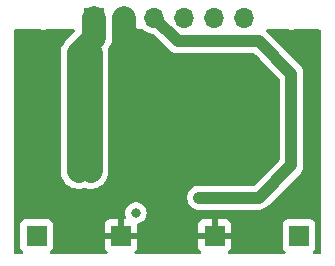
<source format=gbr>
%TF.GenerationSoftware,KiCad,Pcbnew,8.0.2-8.0.2-0~ubuntu22.04.1*%
%TF.CreationDate,2024-05-15T17:42:07+09:00*%
%TF.ProjectId,sensor_emitter_board,73656e73-6f72-45f6-956d-69747465725f,rev?*%
%TF.SameCoordinates,Original*%
%TF.FileFunction,Copper,L2,Bot*%
%TF.FilePolarity,Positive*%
%FSLAX46Y46*%
G04 Gerber Fmt 4.6, Leading zero omitted, Abs format (unit mm)*
G04 Created by KiCad (PCBNEW 8.0.2-8.0.2-0~ubuntu22.04.1) date 2024-05-15 17:42:07*
%MOMM*%
%LPD*%
G01*
G04 APERTURE LIST*
%TA.AperFunction,ComponentPad*%
%ADD10R,1.700000X1.700000*%
%TD*%
%TA.AperFunction,ComponentPad*%
%ADD11O,1.700000X1.700000*%
%TD*%
%TA.AperFunction,SMDPad,CuDef*%
%ADD12R,1.750000X1.800000*%
%TD*%
%TA.AperFunction,ViaPad*%
%ADD13C,0.800000*%
%TD*%
%TA.AperFunction,Conductor*%
%ADD14C,2.000000*%
%TD*%
%TA.AperFunction,Conductor*%
%ADD15C,0.500000*%
%TD*%
%TA.AperFunction,Conductor*%
%ADD16C,1.000000*%
%TD*%
G04 APERTURE END LIST*
D10*
%TO.P,J2,1,Pin_1*%
%TO.N,/LED_POWER_2*%
X98300000Y-87500000D03*
D11*
%TO.P,J2,2,Pin_2*%
%TO.N,GND2*%
X100840000Y-87500000D03*
%TO.P,J2,3,Pin_3*%
%TO.N,/VCC_2*%
X103380000Y-87500000D03*
%TO.P,J2,4,Pin_4*%
%TO.N,/LED_CONTROL_2*%
X105920000Y-87500000D03*
%TO.P,J2,5,Pin_5*%
%TO.N,/LEFT_SIGNAL_2*%
X108460000Y-87500000D03*
%TO.P,J2,6,Pin_6*%
%TO.N,/RIGHT_SIGNAL_2*%
X111000000Y-87500000D03*
%TD*%
D12*
%TO.P,D9,A*%
%TO.N,Net-(U4-VINB-)*%
X115650000Y-105970000D03*
%TO.P,D9,K*%
%TO.N,GND2*%
X108500000Y-105970000D03*
%TD*%
%TO.P,D10,A*%
%TO.N,Net-(U4-VINA-)*%
X93425000Y-105970000D03*
%TO.P,D10,K*%
%TO.N,GND2*%
X100575000Y-105970000D03*
%TD*%
D13*
%TO.N,Net-(U4-VINB-)*%
X115500000Y-106000000D03*
%TO.N,Net-(U4-VINA-)*%
X101830000Y-104040000D03*
X93500000Y-106000000D03*
%TO.N,/LED_POWER_2*%
X98000000Y-99500000D03*
X97000000Y-99500000D03*
X98000000Y-90500000D03*
X97000000Y-100500000D03*
X97000000Y-90500000D03*
X97000000Y-91500000D03*
X98000000Y-100500000D03*
X98000000Y-91500000D03*
%TO.N,GND2*%
X108707519Y-106405660D03*
X111500000Y-91000000D03*
X110500000Y-92000000D03*
X100242710Y-106379931D03*
X111500000Y-92000000D03*
X110500000Y-91000000D03*
%TO.N,/VCC_2*%
X107170000Y-102770000D03*
%TD*%
D14*
%TO.N,/LED_POWER_2*%
X98300000Y-87500000D02*
X98300000Y-89200000D01*
X98300000Y-89200000D02*
X97000000Y-90500000D01*
D15*
%TO.N,Net-(U4-VINB-)*%
X115530000Y-105970000D02*
X115500000Y-106000000D01*
X115650000Y-105970000D02*
X115530000Y-105970000D01*
%TO.N,Net-(U4-VINA-)*%
X93395000Y-106000000D02*
X93425000Y-105970000D01*
X93455000Y-105940000D02*
X93500000Y-105895000D01*
X93500000Y-106000000D02*
X93395000Y-106000000D01*
X93500000Y-105895000D02*
X93500000Y-106000000D01*
X101830000Y-104040000D02*
X101635000Y-104040000D01*
D14*
%TO.N,/LED_POWER_2*%
X98000000Y-90500000D02*
X98000000Y-100500000D01*
X97000000Y-90500000D02*
X97000000Y-100500000D01*
%TO.N,GND2*%
X100840000Y-88702081D02*
X103637919Y-91500000D01*
X103637919Y-91500000D02*
X111500000Y-91500000D01*
D15*
X100500000Y-106122641D02*
X100500000Y-106000000D01*
D14*
X100840000Y-87500000D02*
X100840000Y-88702081D01*
D15*
X100242710Y-106379931D02*
X100500000Y-106122641D01*
D16*
%TO.N,/VCC_2*%
X105380000Y-89500000D02*
X103380000Y-87500000D01*
X112250000Y-89500000D02*
X105380000Y-89500000D01*
X115000000Y-92250000D02*
X112250000Y-89500000D01*
X107170000Y-102770000D02*
X112230000Y-102770000D01*
X115000000Y-100000000D02*
X115000000Y-92250000D01*
X112230000Y-102770000D02*
X115000000Y-100000000D01*
%TD*%
%TA.AperFunction,Conductor*%
%TO.N,GND2*%
G36*
X93687552Y-88508651D02*
G01*
X93687650Y-88508331D01*
X93690904Y-88509317D01*
X93692280Y-88509591D01*
X93693580Y-88510130D01*
X93896535Y-88550500D01*
X93896536Y-88550500D01*
X94103464Y-88550500D01*
X94103465Y-88550500D01*
X94306420Y-88510130D01*
X94307719Y-88509591D01*
X94309095Y-88509317D01*
X94312350Y-88508331D01*
X94312447Y-88508651D01*
X94355939Y-88500000D01*
X96562468Y-88500000D01*
X96630589Y-88520002D01*
X96677082Y-88573658D01*
X96687186Y-88643932D01*
X96657692Y-88708512D01*
X96651563Y-88715095D01*
X96289867Y-89076791D01*
X96017281Y-89349377D01*
X96017278Y-89349380D01*
X95933328Y-89433330D01*
X95849378Y-89517279D01*
X95795456Y-89591499D01*
X95795455Y-89591500D01*
X95709817Y-89709369D01*
X95602019Y-89920935D01*
X95602016Y-89920941D01*
X95528645Y-90146754D01*
X95528644Y-90146757D01*
X95528644Y-90146759D01*
X95507010Y-90283353D01*
X95491499Y-90381281D01*
X95491499Y-90623914D01*
X95491500Y-90623939D01*
X95491500Y-100618722D01*
X95528644Y-100853241D01*
X95528645Y-100853246D01*
X95602016Y-101079058D01*
X95602018Y-101079063D01*
X95709815Y-101290627D01*
X95849380Y-101482722D01*
X95849382Y-101482724D01*
X95849384Y-101482727D01*
X96017272Y-101650615D01*
X96017275Y-101650617D01*
X96017278Y-101650620D01*
X96209373Y-101790185D01*
X96420937Y-101897982D01*
X96646759Y-101971356D01*
X96881278Y-102008500D01*
X96881281Y-102008500D01*
X97118719Y-102008500D01*
X97118722Y-102008500D01*
X97353241Y-101971356D01*
X97461064Y-101936321D01*
X97532031Y-101934294D01*
X97538923Y-101936317D01*
X97646759Y-101971356D01*
X97881278Y-102008500D01*
X97881281Y-102008500D01*
X98118719Y-102008500D01*
X98118722Y-102008500D01*
X98353241Y-101971356D01*
X98579063Y-101897982D01*
X98790627Y-101790185D01*
X98982722Y-101650620D01*
X99150620Y-101482722D01*
X99290185Y-101290627D01*
X99397982Y-101079063D01*
X99471356Y-100853241D01*
X99508500Y-100618722D01*
X99508500Y-90381278D01*
X99480485Y-90204398D01*
X99489585Y-90133989D01*
X99502992Y-90110636D01*
X99590185Y-89990627D01*
X99697982Y-89779063D01*
X99746024Y-89631206D01*
X99771357Y-89553241D01*
X99808501Y-89318722D01*
X99808501Y-89081278D01*
X99808501Y-89076821D01*
X99808500Y-89076791D01*
X99808500Y-88675747D01*
X99828502Y-88607626D01*
X99882158Y-88561133D01*
X99952432Y-88551029D01*
X100011891Y-88576316D01*
X100094690Y-88640762D01*
X100094699Y-88640768D01*
X100292628Y-88747882D01*
X100292630Y-88747883D01*
X100505483Y-88820955D01*
X100505492Y-88820957D01*
X100586000Y-88834391D01*
X100586000Y-88500000D01*
X101094000Y-88500000D01*
X101094000Y-88834390D01*
X101174507Y-88820957D01*
X101174516Y-88820955D01*
X101387369Y-88747883D01*
X101387371Y-88747882D01*
X101585300Y-88640768D01*
X101585301Y-88640767D01*
X101732025Y-88526568D01*
X101798068Y-88500512D01*
X101809416Y-88500000D01*
X102409770Y-88500000D01*
X102477891Y-88520002D01*
X102487161Y-88526569D01*
X102614909Y-88626000D01*
X102634424Y-88641189D01*
X102832426Y-88748342D01*
X102832427Y-88748342D01*
X102832428Y-88748343D01*
X102944227Y-88786723D01*
X103045365Y-88821444D01*
X103267431Y-88858500D01*
X103267442Y-88858500D01*
X103270288Y-88858736D01*
X103271383Y-88859158D01*
X103272571Y-88859357D01*
X103272530Y-88859601D01*
X103336524Y-88884296D01*
X103348977Y-88895211D01*
X104596647Y-90142881D01*
X104737119Y-90283353D01*
X104902296Y-90393721D01*
X105085831Y-90469744D01*
X105280671Y-90508500D01*
X111780076Y-90508500D01*
X111848197Y-90528502D01*
X111869171Y-90545405D01*
X113954595Y-92630829D01*
X113988621Y-92693141D01*
X113991500Y-92719924D01*
X113991500Y-99530075D01*
X113971498Y-99598196D01*
X113954595Y-99619170D01*
X111849171Y-101724595D01*
X111786859Y-101758620D01*
X111760076Y-101761500D01*
X107070668Y-101761500D01*
X106875830Y-101800256D01*
X106875825Y-101800258D01*
X106692296Y-101876279D01*
X106527123Y-101986644D01*
X106527116Y-101986649D01*
X106386649Y-102127116D01*
X106386644Y-102127123D01*
X106276279Y-102292296D01*
X106200258Y-102475825D01*
X106200256Y-102475830D01*
X106161500Y-102670668D01*
X106161500Y-102670671D01*
X106161500Y-102869329D01*
X106200256Y-103064169D01*
X106276279Y-103247704D01*
X106386647Y-103412881D01*
X106527119Y-103553353D01*
X106692296Y-103663721D01*
X106875831Y-103739744D01*
X107070671Y-103778500D01*
X107070672Y-103778500D01*
X112329328Y-103778500D01*
X112329329Y-103778500D01*
X112524169Y-103739744D01*
X112707704Y-103663721D01*
X112872881Y-103553353D01*
X113013353Y-103412881D01*
X113013352Y-103412881D01*
X113072857Y-103353376D01*
X113072856Y-103353376D01*
X115783354Y-100642881D01*
X115893722Y-100477703D01*
X115955234Y-100329199D01*
X115969744Y-100294169D01*
X116008500Y-100099329D01*
X116008500Y-92150671D01*
X115969744Y-91955831D01*
X115893721Y-91772296D01*
X115783353Y-91607119D01*
X115642881Y-91466647D01*
X112892881Y-88716647D01*
X112891329Y-88715095D01*
X112857303Y-88652783D01*
X112862368Y-88581968D01*
X112904915Y-88525132D01*
X112971435Y-88500321D01*
X112980424Y-88500000D01*
X114644061Y-88500000D01*
X114687552Y-88508651D01*
X114687650Y-88508331D01*
X114690904Y-88509317D01*
X114692280Y-88509591D01*
X114693580Y-88510130D01*
X114896535Y-88550500D01*
X114896536Y-88550500D01*
X115103464Y-88550500D01*
X115103465Y-88550500D01*
X115306420Y-88510130D01*
X115307719Y-88509591D01*
X115309095Y-88509317D01*
X115312350Y-88508331D01*
X115312447Y-88508651D01*
X115355939Y-88500000D01*
X117374000Y-88500000D01*
X117442121Y-88520002D01*
X117488614Y-88573658D01*
X117500000Y-88626000D01*
X117500000Y-107374000D01*
X117479998Y-107442121D01*
X117426342Y-107488614D01*
X117374000Y-107500000D01*
X116910509Y-107500000D01*
X116842388Y-107479998D01*
X116795895Y-107426342D01*
X116785791Y-107356068D01*
X116815285Y-107291488D01*
X116835000Y-107273132D01*
X116888261Y-107233261D01*
X116975887Y-107116207D01*
X116975887Y-107116206D01*
X116975889Y-107116204D01*
X117026989Y-106979201D01*
X117033500Y-106918638D01*
X117033500Y-105021362D01*
X117027001Y-104960906D01*
X117026990Y-104960803D01*
X117026988Y-104960795D01*
X116978620Y-104831118D01*
X116975889Y-104823796D01*
X116975888Y-104823794D01*
X116975887Y-104823792D01*
X116888261Y-104706738D01*
X116771207Y-104619112D01*
X116771202Y-104619110D01*
X116634204Y-104568011D01*
X116634196Y-104568009D01*
X116573649Y-104561500D01*
X116573638Y-104561500D01*
X114726362Y-104561500D01*
X114726350Y-104561500D01*
X114665803Y-104568009D01*
X114665795Y-104568011D01*
X114528797Y-104619110D01*
X114528792Y-104619112D01*
X114411738Y-104706738D01*
X114324112Y-104823792D01*
X114324110Y-104823797D01*
X114273011Y-104960795D01*
X114273009Y-104960803D01*
X114266500Y-105021350D01*
X114266500Y-106918649D01*
X114273009Y-106979196D01*
X114273011Y-106979204D01*
X114324110Y-107116202D01*
X114324112Y-107116207D01*
X114411738Y-107233261D01*
X114465000Y-107273132D01*
X114507547Y-107329967D01*
X114512612Y-107400783D01*
X114478586Y-107463095D01*
X114416274Y-107497121D01*
X114389491Y-107500000D01*
X109759676Y-107500000D01*
X109691555Y-107479998D01*
X109645062Y-107426342D01*
X109634958Y-107356068D01*
X109664452Y-107291488D01*
X109684166Y-107273132D01*
X109737905Y-107232902D01*
X109825444Y-107115965D01*
X109825444Y-107115964D01*
X109876494Y-106979093D01*
X109882999Y-106918597D01*
X109883000Y-106918585D01*
X109883000Y-106224000D01*
X107117000Y-106224000D01*
X107117000Y-106918597D01*
X107123505Y-106979093D01*
X107174555Y-107115964D01*
X107174555Y-107115965D01*
X107262094Y-107232902D01*
X107315834Y-107273132D01*
X107358380Y-107329968D01*
X107363444Y-107400784D01*
X107329419Y-107463096D01*
X107267106Y-107497121D01*
X107240324Y-107500000D01*
X101834676Y-107500000D01*
X101766555Y-107479998D01*
X101720062Y-107426342D01*
X101709958Y-107356068D01*
X101739452Y-107291488D01*
X101759166Y-107273132D01*
X101812905Y-107232902D01*
X101900444Y-107115965D01*
X101900444Y-107115964D01*
X101951494Y-106979093D01*
X101957999Y-106918597D01*
X101958000Y-106918585D01*
X101958000Y-106224000D01*
X99192000Y-106224000D01*
X99192000Y-106918597D01*
X99198505Y-106979093D01*
X99249555Y-107115964D01*
X99249555Y-107115965D01*
X99337094Y-107232902D01*
X99390834Y-107273132D01*
X99433380Y-107329968D01*
X99438444Y-107400784D01*
X99404419Y-107463096D01*
X99342106Y-107497121D01*
X99315324Y-107500000D01*
X94685509Y-107500000D01*
X94617388Y-107479998D01*
X94570895Y-107426342D01*
X94560791Y-107356068D01*
X94590285Y-107291488D01*
X94610000Y-107273132D01*
X94663261Y-107233261D01*
X94750887Y-107116207D01*
X94750887Y-107116206D01*
X94750889Y-107116204D01*
X94801989Y-106979201D01*
X94808500Y-106918638D01*
X94808500Y-105021402D01*
X99192000Y-105021402D01*
X99192000Y-105716000D01*
X100321000Y-105716000D01*
X100321000Y-104562000D01*
X100829000Y-104562000D01*
X100829000Y-105716000D01*
X101958000Y-105716000D01*
X101958000Y-105043622D01*
X101964524Y-105021402D01*
X107117000Y-105021402D01*
X107117000Y-105716000D01*
X108246000Y-105716000D01*
X108754000Y-105716000D01*
X109883000Y-105716000D01*
X109883000Y-105021414D01*
X109882999Y-105021402D01*
X109876494Y-104960906D01*
X109825444Y-104824035D01*
X109825444Y-104824034D01*
X109737904Y-104707095D01*
X109620965Y-104619555D01*
X109484093Y-104568505D01*
X109423597Y-104562000D01*
X108754000Y-104562000D01*
X108754000Y-105716000D01*
X108246000Y-105716000D01*
X108246000Y-104562000D01*
X107576402Y-104562000D01*
X107515906Y-104568505D01*
X107379035Y-104619555D01*
X107379034Y-104619555D01*
X107262095Y-104707095D01*
X107174555Y-104824034D01*
X107174555Y-104824035D01*
X107123505Y-104960906D01*
X107117000Y-105021402D01*
X101964524Y-105021402D01*
X101978002Y-104975501D01*
X102031658Y-104929008D01*
X102057801Y-104920375D01*
X102112288Y-104908794D01*
X102286752Y-104831118D01*
X102441253Y-104718866D01*
X102569040Y-104576944D01*
X102664527Y-104411556D01*
X102723542Y-104229928D01*
X102743504Y-104040000D01*
X102723542Y-103850072D01*
X102664527Y-103668444D01*
X102569040Y-103503056D01*
X102569038Y-103503054D01*
X102569034Y-103503048D01*
X102441255Y-103361135D01*
X102286752Y-103248882D01*
X102112288Y-103171206D01*
X101925487Y-103131500D01*
X101734513Y-103131500D01*
X101547711Y-103171206D01*
X101373247Y-103248882D01*
X101218744Y-103361135D01*
X101090960Y-103503054D01*
X101090954Y-103503063D01*
X101087903Y-103508347D01*
X101067892Y-103534425D01*
X101045834Y-103556484D01*
X101045827Y-103556493D01*
X100962828Y-103680711D01*
X100962826Y-103680715D01*
X100905650Y-103818750D01*
X100905649Y-103818753D01*
X100876500Y-103965290D01*
X100876500Y-104114709D01*
X100905649Y-104261246D01*
X100905650Y-104261249D01*
X100958062Y-104387782D01*
X100965651Y-104458372D01*
X100933872Y-104521859D01*
X100872814Y-104558086D01*
X100841653Y-104562000D01*
X100829000Y-104562000D01*
X100321000Y-104562000D01*
X99651402Y-104562000D01*
X99590906Y-104568505D01*
X99454035Y-104619555D01*
X99454034Y-104619555D01*
X99337095Y-104707095D01*
X99249555Y-104824034D01*
X99249555Y-104824035D01*
X99198505Y-104960906D01*
X99192000Y-105021402D01*
X94808500Y-105021402D01*
X94808500Y-105021362D01*
X94802001Y-104960906D01*
X94801990Y-104960803D01*
X94801988Y-104960795D01*
X94753620Y-104831118D01*
X94750889Y-104823796D01*
X94750888Y-104823794D01*
X94750887Y-104823792D01*
X94663261Y-104706738D01*
X94546207Y-104619112D01*
X94546202Y-104619110D01*
X94409204Y-104568011D01*
X94409196Y-104568009D01*
X94348649Y-104561500D01*
X94348638Y-104561500D01*
X92501362Y-104561500D01*
X92501350Y-104561500D01*
X92440803Y-104568009D01*
X92440795Y-104568011D01*
X92303797Y-104619110D01*
X92303792Y-104619112D01*
X92186738Y-104706738D01*
X92099112Y-104823792D01*
X92099110Y-104823797D01*
X92048011Y-104960795D01*
X92048009Y-104960803D01*
X92041500Y-105021350D01*
X92041500Y-106918649D01*
X92048009Y-106979196D01*
X92048011Y-106979204D01*
X92099110Y-107116202D01*
X92099112Y-107116207D01*
X92186738Y-107233261D01*
X92240000Y-107273132D01*
X92282547Y-107329967D01*
X92287612Y-107400783D01*
X92253586Y-107463095D01*
X92191274Y-107497121D01*
X92164491Y-107500000D01*
X91626000Y-107500000D01*
X91557879Y-107479998D01*
X91511386Y-107426342D01*
X91500000Y-107374000D01*
X91500000Y-88626000D01*
X91520002Y-88557879D01*
X91573658Y-88511386D01*
X91626000Y-88500000D01*
X93644061Y-88500000D01*
X93687552Y-88508651D01*
G37*
%TD.AperFunction*%
%TD*%
M02*

</source>
